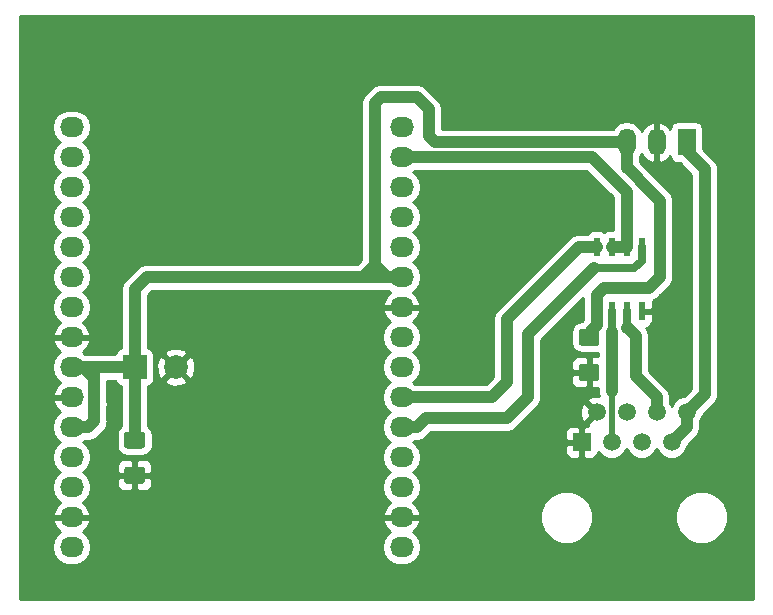
<source format=gbr>
G04 #@! TF.GenerationSoftware,KiCad,Pcbnew,5.0.2-bee76a0~70~ubuntu18.04.1*
G04 #@! TF.CreationDate,2019-11-30T17:57:14+01:00*
G04 #@! TF.ProjectId,Wavin-AHC-9000-mqtt,57617669-6e2d-4414-9843-2d393030302d,1.0*
G04 #@! TF.SameCoordinates,Original*
G04 #@! TF.FileFunction,Copper,L2,Bot*
G04 #@! TF.FilePolarity,Positive*
%FSLAX46Y46*%
G04 Gerber Fmt 4.6, Leading zero omitted, Abs format (unit mm)*
G04 Created by KiCad (PCBNEW 5.0.2-bee76a0~70~ubuntu18.04.1) date lør 30 nov 2019 17:57:14 CET*
%MOMM*%
%LPD*%
G01*
G04 APERTURE LIST*
G04 #@! TA.AperFunction,ComponentPad*
%ADD10R,1.500000X1.500000*%
G04 #@! TD*
G04 #@! TA.AperFunction,ComponentPad*
%ADD11C,1.500000*%
G04 #@! TD*
G04 #@! TA.AperFunction,ComponentPad*
%ADD12O,2.032000X1.727200*%
G04 #@! TD*
G04 #@! TA.AperFunction,SMDPad,CuDef*
%ADD13R,0.600000X1.550000*%
G04 #@! TD*
G04 #@! TA.AperFunction,ComponentPad*
%ADD14R,1.500000X2.300000*%
G04 #@! TD*
G04 #@! TA.AperFunction,ComponentPad*
%ADD15O,1.500000X2.300000*%
G04 #@! TD*
G04 #@! TA.AperFunction,ComponentPad*
%ADD16R,2.000000X2.000000*%
G04 #@! TD*
G04 #@! TA.AperFunction,ComponentPad*
%ADD17C,2.000000*%
G04 #@! TD*
G04 #@! TA.AperFunction,Conductor*
%ADD18C,0.100000*%
G04 #@! TD*
G04 #@! TA.AperFunction,SMDPad,CuDef*
%ADD19C,1.425000*%
G04 #@! TD*
G04 #@! TA.AperFunction,Conductor*
%ADD20C,0.500000*%
G04 #@! TD*
G04 #@! TA.AperFunction,Conductor*
%ADD21C,1.000000*%
G04 #@! TD*
G04 #@! TA.AperFunction,Conductor*
%ADD22C,0.700000*%
G04 #@! TD*
G04 #@! TA.AperFunction,Conductor*
%ADD23C,0.254000*%
G04 #@! TD*
G04 APERTURE END LIST*
D10*
G04 #@! TO.P,J1,1*
G04 #@! TO.N,GND*
X232410000Y-138430000D03*
D11*
G04 #@! TO.P,J1,2*
X233680000Y-135890000D03*
G04 #@! TO.P,J1,3*
G04 #@! TO.N,Net-(J1-Pad3)*
X234950000Y-138430000D03*
G04 #@! TO.P,J1,4*
G04 #@! TO.N,Net-(J1-Pad4)*
X236220000Y-135890000D03*
G04 #@! TO.P,J1,5*
G04 #@! TO.N,Net-(J1-Pad5)*
X237490000Y-138430000D03*
G04 #@! TO.P,J1,6*
G04 #@! TO.N,Net-(J1-Pad6)*
X238760000Y-135890000D03*
G04 #@! TO.P,J1,7*
G04 #@! TO.N,Net-(J1-Pad7)*
X240030000Y-138430000D03*
G04 #@! TO.P,J1,8*
X241300000Y-135890000D03*
G04 #@! TD*
D12*
G04 #@! TO.P,U1,1*
G04 #@! TO.N,Net-(U1-Pad1)*
X189230000Y-111760000D03*
G04 #@! TO.P,U1,2*
G04 #@! TO.N,Net-(U1-Pad2)*
X189230000Y-114300000D03*
G04 #@! TO.P,U1,3*
G04 #@! TO.N,Net-(U1-Pad3)*
X189230000Y-116840000D03*
G04 #@! TO.P,U1,4*
G04 #@! TO.N,Net-(U1-Pad4)*
X189230000Y-119380000D03*
G04 #@! TO.P,U1,5*
G04 #@! TO.N,Net-(U1-Pad5)*
X189230000Y-121920000D03*
G04 #@! TO.P,U1,6*
G04 #@! TO.N,Net-(U1-Pad6)*
X189230000Y-124460000D03*
G04 #@! TO.P,U1,7*
G04 #@! TO.N,Net-(U1-Pad7)*
X189230000Y-127000000D03*
G04 #@! TO.P,U1,8*
G04 #@! TO.N,GND*
X189230000Y-129540000D03*
G04 #@! TO.P,U1,9*
G04 #@! TO.N,VCC*
X189230000Y-132080000D03*
G04 #@! TO.P,U1,10*
G04 #@! TO.N,GND*
X189230000Y-134620000D03*
G04 #@! TO.P,U1,11*
G04 #@! TO.N,VCC*
X189230000Y-137160000D03*
G04 #@! TO.P,U1,12*
G04 #@! TO.N,Net-(U1-Pad12)*
X189230000Y-139700000D03*
G04 #@! TO.P,U1,13*
G04 #@! TO.N,Net-(U1-Pad13)*
X189230000Y-142240000D03*
G04 #@! TO.P,U1,14*
G04 #@! TO.N,GND*
X189230000Y-144780000D03*
G04 #@! TO.P,U1,15*
G04 #@! TO.N,Net-(U1-Pad15)*
X189230000Y-147320000D03*
G04 #@! TO.P,U1,30*
G04 #@! TO.N,Net-(U1-Pad30)*
X217170000Y-111760000D03*
G04 #@! TO.P,U1,18*
G04 #@! TO.N,Net-(U1-Pad18)*
X217170000Y-142240000D03*
G04 #@! TO.P,U1,17*
G04 #@! TO.N,GND*
X217170000Y-144780000D03*
G04 #@! TO.P,U1,19*
G04 #@! TO.N,Net-(U1-Pad19)*
X217170000Y-139700000D03*
G04 #@! TO.P,U1,25*
G04 #@! TO.N,VCC*
X217170000Y-124460000D03*
G04 #@! TO.P,U1,26*
G04 #@! TO.N,Net-(U1-Pad26)*
X217170000Y-121920000D03*
G04 #@! TO.P,U1,24*
G04 #@! TO.N,GND*
X217170000Y-127000000D03*
G04 #@! TO.P,U1,16*
G04 #@! TO.N,VCC*
X217170000Y-147320000D03*
G04 #@! TO.P,U1,22*
G04 #@! TO.N,Net-(U1-Pad22)*
X217170000Y-132080000D03*
G04 #@! TO.P,U1,23*
G04 #@! TO.N,Net-(U1-Pad23)*
X217170000Y-129540000D03*
G04 #@! TO.P,U1,21*
G04 #@! TO.N,Net-(U1-Pad21)*
X217170000Y-134620000D03*
G04 #@! TO.P,U1,20*
G04 #@! TO.N,Net-(U1-Pad20)*
X217170000Y-137160000D03*
G04 #@! TO.P,U1,28*
G04 #@! TO.N,Net-(U1-Pad28)*
X217170000Y-116840000D03*
G04 #@! TO.P,U1,27*
G04 #@! TO.N,Net-(U1-Pad27)*
X217170000Y-119380000D03*
G04 #@! TO.P,U1,29*
G04 #@! TO.N,Net-(U1-Pad29)*
X217170000Y-114300000D03*
G04 #@! TD*
D13*
G04 #@! TO.P,U2,1*
G04 #@! TO.N,Net-(U1-Pad21)*
X233680000Y-121920000D03*
G04 #@! TO.P,U2,2*
G04 #@! TO.N,Net-(U1-Pad29)*
X234950000Y-121920000D03*
G04 #@! TO.P,U2,3*
X236220000Y-121920000D03*
G04 #@! TO.P,U2,4*
G04 #@! TO.N,Net-(U1-Pad20)*
X237490000Y-121920000D03*
G04 #@! TO.P,U2,5*
G04 #@! TO.N,GND*
X237490000Y-127320000D03*
G04 #@! TO.P,U2,6*
G04 #@! TO.N,Net-(J1-Pad6)*
X236220000Y-127320000D03*
G04 #@! TO.P,U2,7*
G04 #@! TO.N,Net-(J1-Pad3)*
X234950000Y-127320000D03*
G04 #@! TO.P,U2,8*
G04 #@! TO.N,VCC*
X233680000Y-127320000D03*
G04 #@! TD*
D14*
G04 #@! TO.P,U3,1*
G04 #@! TO.N,Net-(J1-Pad7)*
X241300000Y-113030000D03*
D15*
G04 #@! TO.P,U3,2*
G04 #@! TO.N,GND*
X238760000Y-113030000D03*
G04 #@! TO.P,U3,3*
G04 #@! TO.N,VCC*
X236220000Y-113030000D03*
G04 #@! TD*
D16*
G04 #@! TO.P,C1,1*
G04 #@! TO.N,VCC*
X194564000Y-132080000D03*
D17*
G04 #@! TO.P,C1,2*
G04 #@! TO.N,GND*
X198064000Y-132080000D03*
G04 #@! TD*
D18*
G04 #@! TO.N,GND*
G04 #@! TO.C,C2*
G36*
X195213504Y-140512704D02*
X195237773Y-140516304D01*
X195261571Y-140522265D01*
X195284671Y-140530530D01*
X195306849Y-140541020D01*
X195327893Y-140553633D01*
X195347598Y-140568247D01*
X195365777Y-140584723D01*
X195382253Y-140602902D01*
X195396867Y-140622607D01*
X195409480Y-140643651D01*
X195419970Y-140665829D01*
X195428235Y-140688929D01*
X195434196Y-140712727D01*
X195437796Y-140736996D01*
X195439000Y-140761500D01*
X195439000Y-141686500D01*
X195437796Y-141711004D01*
X195434196Y-141735273D01*
X195428235Y-141759071D01*
X195419970Y-141782171D01*
X195409480Y-141804349D01*
X195396867Y-141825393D01*
X195382253Y-141845098D01*
X195365777Y-141863277D01*
X195347598Y-141879753D01*
X195327893Y-141894367D01*
X195306849Y-141906980D01*
X195284671Y-141917470D01*
X195261571Y-141925735D01*
X195237773Y-141931696D01*
X195213504Y-141935296D01*
X195189000Y-141936500D01*
X193939000Y-141936500D01*
X193914496Y-141935296D01*
X193890227Y-141931696D01*
X193866429Y-141925735D01*
X193843329Y-141917470D01*
X193821151Y-141906980D01*
X193800107Y-141894367D01*
X193780402Y-141879753D01*
X193762223Y-141863277D01*
X193745747Y-141845098D01*
X193731133Y-141825393D01*
X193718520Y-141804349D01*
X193708030Y-141782171D01*
X193699765Y-141759071D01*
X193693804Y-141735273D01*
X193690204Y-141711004D01*
X193689000Y-141686500D01*
X193689000Y-140761500D01*
X193690204Y-140736996D01*
X193693804Y-140712727D01*
X193699765Y-140688929D01*
X193708030Y-140665829D01*
X193718520Y-140643651D01*
X193731133Y-140622607D01*
X193745747Y-140602902D01*
X193762223Y-140584723D01*
X193780402Y-140568247D01*
X193800107Y-140553633D01*
X193821151Y-140541020D01*
X193843329Y-140530530D01*
X193866429Y-140522265D01*
X193890227Y-140516304D01*
X193914496Y-140512704D01*
X193939000Y-140511500D01*
X195189000Y-140511500D01*
X195213504Y-140512704D01*
X195213504Y-140512704D01*
G37*
D19*
G04 #@! TD*
G04 #@! TO.P,C2,2*
G04 #@! TO.N,GND*
X194564000Y-141224000D03*
D18*
G04 #@! TO.N,VCC*
G04 #@! TO.C,C2*
G36*
X195213504Y-137537704D02*
X195237773Y-137541304D01*
X195261571Y-137547265D01*
X195284671Y-137555530D01*
X195306849Y-137566020D01*
X195327893Y-137578633D01*
X195347598Y-137593247D01*
X195365777Y-137609723D01*
X195382253Y-137627902D01*
X195396867Y-137647607D01*
X195409480Y-137668651D01*
X195419970Y-137690829D01*
X195428235Y-137713929D01*
X195434196Y-137737727D01*
X195437796Y-137761996D01*
X195439000Y-137786500D01*
X195439000Y-138711500D01*
X195437796Y-138736004D01*
X195434196Y-138760273D01*
X195428235Y-138784071D01*
X195419970Y-138807171D01*
X195409480Y-138829349D01*
X195396867Y-138850393D01*
X195382253Y-138870098D01*
X195365777Y-138888277D01*
X195347598Y-138904753D01*
X195327893Y-138919367D01*
X195306849Y-138931980D01*
X195284671Y-138942470D01*
X195261571Y-138950735D01*
X195237773Y-138956696D01*
X195213504Y-138960296D01*
X195189000Y-138961500D01*
X193939000Y-138961500D01*
X193914496Y-138960296D01*
X193890227Y-138956696D01*
X193866429Y-138950735D01*
X193843329Y-138942470D01*
X193821151Y-138931980D01*
X193800107Y-138919367D01*
X193780402Y-138904753D01*
X193762223Y-138888277D01*
X193745747Y-138870098D01*
X193731133Y-138850393D01*
X193718520Y-138829349D01*
X193708030Y-138807171D01*
X193699765Y-138784071D01*
X193693804Y-138760273D01*
X193690204Y-138736004D01*
X193689000Y-138711500D01*
X193689000Y-137786500D01*
X193690204Y-137761996D01*
X193693804Y-137737727D01*
X193699765Y-137713929D01*
X193708030Y-137690829D01*
X193718520Y-137668651D01*
X193731133Y-137647607D01*
X193745747Y-137627902D01*
X193762223Y-137609723D01*
X193780402Y-137593247D01*
X193800107Y-137578633D01*
X193821151Y-137566020D01*
X193843329Y-137555530D01*
X193866429Y-137547265D01*
X193890227Y-137541304D01*
X193914496Y-137537704D01*
X193939000Y-137536500D01*
X195189000Y-137536500D01*
X195213504Y-137537704D01*
X195213504Y-137537704D01*
G37*
D19*
G04 #@! TD*
G04 #@! TO.P,C2,1*
G04 #@! TO.N,VCC*
X194564000Y-138249000D03*
D18*
G04 #@! TO.N,VCC*
G04 #@! TO.C,C3*
G36*
X233694504Y-128828704D02*
X233718773Y-128832304D01*
X233742571Y-128838265D01*
X233765671Y-128846530D01*
X233787849Y-128857020D01*
X233808893Y-128869633D01*
X233828598Y-128884247D01*
X233846777Y-128900723D01*
X233863253Y-128918902D01*
X233877867Y-128938607D01*
X233890480Y-128959651D01*
X233900970Y-128981829D01*
X233909235Y-129004929D01*
X233915196Y-129028727D01*
X233918796Y-129052996D01*
X233920000Y-129077500D01*
X233920000Y-130002500D01*
X233918796Y-130027004D01*
X233915196Y-130051273D01*
X233909235Y-130075071D01*
X233900970Y-130098171D01*
X233890480Y-130120349D01*
X233877867Y-130141393D01*
X233863253Y-130161098D01*
X233846777Y-130179277D01*
X233828598Y-130195753D01*
X233808893Y-130210367D01*
X233787849Y-130222980D01*
X233765671Y-130233470D01*
X233742571Y-130241735D01*
X233718773Y-130247696D01*
X233694504Y-130251296D01*
X233670000Y-130252500D01*
X232420000Y-130252500D01*
X232395496Y-130251296D01*
X232371227Y-130247696D01*
X232347429Y-130241735D01*
X232324329Y-130233470D01*
X232302151Y-130222980D01*
X232281107Y-130210367D01*
X232261402Y-130195753D01*
X232243223Y-130179277D01*
X232226747Y-130161098D01*
X232212133Y-130141393D01*
X232199520Y-130120349D01*
X232189030Y-130098171D01*
X232180765Y-130075071D01*
X232174804Y-130051273D01*
X232171204Y-130027004D01*
X232170000Y-130002500D01*
X232170000Y-129077500D01*
X232171204Y-129052996D01*
X232174804Y-129028727D01*
X232180765Y-129004929D01*
X232189030Y-128981829D01*
X232199520Y-128959651D01*
X232212133Y-128938607D01*
X232226747Y-128918902D01*
X232243223Y-128900723D01*
X232261402Y-128884247D01*
X232281107Y-128869633D01*
X232302151Y-128857020D01*
X232324329Y-128846530D01*
X232347429Y-128838265D01*
X232371227Y-128832304D01*
X232395496Y-128828704D01*
X232420000Y-128827500D01*
X233670000Y-128827500D01*
X233694504Y-128828704D01*
X233694504Y-128828704D01*
G37*
D19*
G04 #@! TD*
G04 #@! TO.P,C3,1*
G04 #@! TO.N,VCC*
X233045000Y-129540000D03*
D18*
G04 #@! TO.N,GND*
G04 #@! TO.C,C3*
G36*
X233694504Y-131803704D02*
X233718773Y-131807304D01*
X233742571Y-131813265D01*
X233765671Y-131821530D01*
X233787849Y-131832020D01*
X233808893Y-131844633D01*
X233828598Y-131859247D01*
X233846777Y-131875723D01*
X233863253Y-131893902D01*
X233877867Y-131913607D01*
X233890480Y-131934651D01*
X233900970Y-131956829D01*
X233909235Y-131979929D01*
X233915196Y-132003727D01*
X233918796Y-132027996D01*
X233920000Y-132052500D01*
X233920000Y-132977500D01*
X233918796Y-133002004D01*
X233915196Y-133026273D01*
X233909235Y-133050071D01*
X233900970Y-133073171D01*
X233890480Y-133095349D01*
X233877867Y-133116393D01*
X233863253Y-133136098D01*
X233846777Y-133154277D01*
X233828598Y-133170753D01*
X233808893Y-133185367D01*
X233787849Y-133197980D01*
X233765671Y-133208470D01*
X233742571Y-133216735D01*
X233718773Y-133222696D01*
X233694504Y-133226296D01*
X233670000Y-133227500D01*
X232420000Y-133227500D01*
X232395496Y-133226296D01*
X232371227Y-133222696D01*
X232347429Y-133216735D01*
X232324329Y-133208470D01*
X232302151Y-133197980D01*
X232281107Y-133185367D01*
X232261402Y-133170753D01*
X232243223Y-133154277D01*
X232226747Y-133136098D01*
X232212133Y-133116393D01*
X232199520Y-133095349D01*
X232189030Y-133073171D01*
X232180765Y-133050071D01*
X232174804Y-133026273D01*
X232171204Y-133002004D01*
X232170000Y-132977500D01*
X232170000Y-132052500D01*
X232171204Y-132027996D01*
X232174804Y-132003727D01*
X232180765Y-131979929D01*
X232189030Y-131956829D01*
X232199520Y-131934651D01*
X232212133Y-131913607D01*
X232226747Y-131893902D01*
X232243223Y-131875723D01*
X232261402Y-131859247D01*
X232281107Y-131844633D01*
X232302151Y-131832020D01*
X232324329Y-131821530D01*
X232347429Y-131813265D01*
X232371227Y-131807304D01*
X232395496Y-131803704D01*
X232420000Y-131802500D01*
X233670000Y-131802500D01*
X233694504Y-131803704D01*
X233694504Y-131803704D01*
G37*
D19*
G04 #@! TD*
G04 #@! TO.P,C3,2*
G04 #@! TO.N,GND*
X233045000Y-132515000D03*
D20*
G04 #@! TO.N,Net-(J1-Pad3)*
X234950000Y-134112000D02*
X234950000Y-138430000D01*
D21*
X234950000Y-129095000D02*
X234950000Y-134112000D01*
D22*
X234950000Y-127320000D02*
X234950000Y-129095000D01*
D21*
G04 #@! TO.N,Net-(J1-Pad6)*
X236220000Y-128778000D02*
X236347000Y-128778000D01*
D22*
X236220000Y-128778000D02*
X236220000Y-127320000D01*
D21*
X236982000Y-129413000D02*
X236982000Y-132842000D01*
X236347000Y-128778000D02*
X236982000Y-129413000D01*
X236982000Y-132842000D02*
X238760000Y-134620000D01*
X238760000Y-134620000D02*
X238760000Y-135890000D01*
G04 #@! TO.N,Net-(J1-Pad7)*
X240030000Y-138430000D02*
X241300000Y-137160000D01*
X241300000Y-137160000D02*
X241300000Y-135890000D01*
X241300000Y-113792000D02*
X241300000Y-113030000D01*
X242824000Y-115316000D02*
X241300000Y-113792000D01*
X241300000Y-135890000D02*
X242824000Y-134366000D01*
X242824000Y-134366000D02*
X242824000Y-115316000D01*
G04 #@! TO.N,Net-(U1-Pad21)*
X226060000Y-128016000D02*
X232156000Y-121920000D01*
X217170000Y-134620000D02*
X224790000Y-134620000D01*
X232664000Y-121920000D02*
X233680000Y-121920000D01*
X224790000Y-134620000D02*
X226060000Y-133350000D01*
X226060000Y-133350000D02*
X226060000Y-128016000D01*
X232156000Y-121920000D02*
X232664000Y-121920000D01*
G04 #@! TO.N,Net-(U1-Pad29)*
X236220000Y-121920000D02*
X234950000Y-121920000D01*
X229235000Y-114300000D02*
X217170000Y-114300000D01*
X233045000Y-114300000D02*
X217170000Y-114300000D01*
X233299000Y-114300000D02*
X233045000Y-114300000D01*
X236220000Y-117221000D02*
X233299000Y-114300000D01*
X236220000Y-121920000D02*
X236220000Y-117221000D01*
D22*
G04 #@! TO.N,Net-(U1-Pad20)*
X237490000Y-123063000D02*
X236855000Y-123698000D01*
X236855000Y-123698000D02*
X233426000Y-123698000D01*
X237490000Y-121920000D02*
X237490000Y-123063000D01*
D21*
X233426000Y-123698000D02*
X227838000Y-129286000D01*
X227838000Y-129286000D02*
X227838000Y-134620000D01*
X217170000Y-137160000D02*
X218440000Y-137160000D01*
X219202000Y-136398000D02*
X226060000Y-136398000D01*
X218440000Y-137160000D02*
X219202000Y-136398000D01*
X227838000Y-134620000D02*
X226060000Y-136398000D01*
D20*
G04 #@! TO.N,VCC*
X215265000Y-124460000D02*
X217170000Y-124460000D01*
X189865000Y-132080000D02*
X189230000Y-132080000D01*
X191135000Y-133350000D02*
X189865000Y-132080000D01*
X211037500Y-124460000D02*
X212090000Y-124460000D01*
X204470000Y-124460000D02*
X211037500Y-124460000D01*
X233045000Y-129540000D02*
X233045000Y-129159000D01*
D21*
X190627000Y-137160000D02*
X191135000Y-136652000D01*
X189230000Y-137160000D02*
X190627000Y-137160000D01*
D20*
X191135000Y-133604000D02*
X191135000Y-133350000D01*
D21*
X191135000Y-133604000D02*
X191135000Y-132715000D01*
X190500000Y-132080000D02*
X189230000Y-132080000D01*
X191135000Y-132715000D02*
X190500000Y-132080000D01*
X236220000Y-113030000D02*
X220980000Y-113030000D01*
X220980000Y-113030000D02*
X220218000Y-113030000D01*
X215900000Y-124460000D02*
X217170000Y-124460000D01*
X204470000Y-124460000D02*
X215900000Y-124460000D01*
X219964000Y-113030000D02*
X220980000Y-113030000D01*
X219456000Y-112522000D02*
X219964000Y-113030000D01*
X219456000Y-110236000D02*
X219456000Y-112522000D01*
X215900000Y-124460000D02*
X214884000Y-123444000D01*
X215392000Y-109220000D02*
X218440000Y-109220000D01*
X214884000Y-109728000D02*
X215392000Y-109220000D01*
X218440000Y-109220000D02*
X219456000Y-110236000D01*
D20*
X214884000Y-124460000D02*
X217170000Y-124460000D01*
D21*
X214884000Y-122936000D02*
X214884000Y-109728000D01*
X214884000Y-122936000D02*
X214884000Y-124460000D01*
X214884000Y-123444000D02*
X214884000Y-122936000D01*
X213868000Y-124460000D02*
X214884000Y-123444000D01*
D20*
X213868000Y-124460000D02*
X214884000Y-124460000D01*
X212090000Y-124460000D02*
X213868000Y-124460000D01*
D21*
X204470000Y-124460000D02*
X195580000Y-124460000D01*
X194564000Y-125476000D02*
X194564000Y-128016000D01*
X195580000Y-124460000D02*
X194564000Y-125476000D01*
X194564000Y-128016000D02*
X194564000Y-135164500D01*
X191171500Y-135164500D02*
X191135000Y-135128000D01*
X191135000Y-136652000D02*
X191135000Y-135128000D01*
X191135000Y-135128000D02*
X191135000Y-133604000D01*
X194564000Y-138249000D02*
X194564000Y-135164500D01*
X189230000Y-132080000D02*
X194564000Y-132080000D01*
X236220000Y-115180000D02*
X236292500Y-115252500D01*
X236220000Y-113030000D02*
X236220000Y-115180000D01*
X236292500Y-115252500D02*
X236308900Y-115252500D01*
X238690010Y-117633610D02*
X238690010Y-117684410D01*
X233680000Y-127320000D02*
X233680000Y-128524000D01*
X233680000Y-128524000D02*
X233172000Y-129032000D01*
D20*
X233045000Y-129159000D02*
X233172000Y-129032000D01*
D21*
X238277400Y-117221000D02*
X238277400Y-117246400D01*
X238277400Y-117221000D02*
X238690010Y-117633610D01*
X236308900Y-115252500D02*
X238277400Y-117221000D01*
X234315000Y-125349000D02*
X238125000Y-125349000D01*
X233680000Y-125984000D02*
X234315000Y-125349000D01*
X233680000Y-127320000D02*
X233680000Y-125984000D01*
X239014000Y-124460000D02*
X239014000Y-117983000D01*
X239014000Y-117983000D02*
X238760000Y-117729000D01*
X238277400Y-117246400D02*
X238760000Y-117729000D01*
X238125000Y-125349000D02*
X239014000Y-124460000D01*
G04 #@! TD*
D23*
G04 #@! TO.N,GND*
G36*
X246940001Y-151690000D02*
X184860000Y-151690000D01*
X184860000Y-147320000D01*
X187549641Y-147320000D01*
X187665950Y-147904725D01*
X187997170Y-148400430D01*
X188492875Y-148731650D01*
X188930002Y-148818600D01*
X189529998Y-148818600D01*
X189967125Y-148731650D01*
X190462830Y-148400430D01*
X190794050Y-147904725D01*
X190910359Y-147320000D01*
X215489641Y-147320000D01*
X215605950Y-147904725D01*
X215937170Y-148400430D01*
X216432875Y-148731650D01*
X216870002Y-148818600D01*
X217469998Y-148818600D01*
X217907125Y-148731650D01*
X218402830Y-148400430D01*
X218734050Y-147904725D01*
X218850359Y-147320000D01*
X218734050Y-146735275D01*
X218402830Y-146239570D01*
X218113268Y-146046090D01*
X218520732Y-145682036D01*
X218774709Y-145154791D01*
X218777358Y-145139026D01*
X218656217Y-144907000D01*
X217297000Y-144907000D01*
X217297000Y-144927000D01*
X217043000Y-144927000D01*
X217043000Y-144907000D01*
X215683783Y-144907000D01*
X215562642Y-145139026D01*
X215565291Y-145154791D01*
X215819268Y-145682036D01*
X216226732Y-146046090D01*
X215937170Y-146239570D01*
X215605950Y-146735275D01*
X215489641Y-147320000D01*
X190910359Y-147320000D01*
X190794050Y-146735275D01*
X190462830Y-146239570D01*
X190173268Y-146046090D01*
X190580732Y-145682036D01*
X190834709Y-145154791D01*
X190837358Y-145139026D01*
X190716217Y-144907000D01*
X189357000Y-144907000D01*
X189357000Y-144927000D01*
X189103000Y-144927000D01*
X189103000Y-144907000D01*
X187743783Y-144907000D01*
X187622642Y-145139026D01*
X187625291Y-145154791D01*
X187879268Y-145682036D01*
X188286732Y-146046090D01*
X187997170Y-146239570D01*
X187665950Y-146735275D01*
X187549641Y-147320000D01*
X184860000Y-147320000D01*
X184860000Y-132080000D01*
X187549641Y-132080000D01*
X187665950Y-132664725D01*
X187997170Y-133160430D01*
X188286732Y-133353910D01*
X187879268Y-133717964D01*
X187625291Y-134245209D01*
X187622642Y-134260974D01*
X187743783Y-134493000D01*
X189103000Y-134493000D01*
X189103000Y-134473000D01*
X189357000Y-134473000D01*
X189357000Y-134493000D01*
X189377000Y-134493000D01*
X189377000Y-134747000D01*
X189357000Y-134747000D01*
X189357000Y-134767000D01*
X189103000Y-134767000D01*
X189103000Y-134747000D01*
X187743783Y-134747000D01*
X187622642Y-134979026D01*
X187625291Y-134994791D01*
X187879268Y-135522036D01*
X188286732Y-135886090D01*
X187997170Y-136079570D01*
X187665950Y-136575275D01*
X187549641Y-137160000D01*
X187665950Y-137744725D01*
X187997170Y-138240430D01*
X188280881Y-138430000D01*
X187997170Y-138619570D01*
X187665950Y-139115275D01*
X187549641Y-139700000D01*
X187665950Y-140284725D01*
X187997170Y-140780430D01*
X188280881Y-140970000D01*
X187997170Y-141159570D01*
X187665950Y-141655275D01*
X187549641Y-142240000D01*
X187665950Y-142824725D01*
X187997170Y-143320430D01*
X188286732Y-143513910D01*
X187879268Y-143877964D01*
X187625291Y-144405209D01*
X187622642Y-144420974D01*
X187743783Y-144653000D01*
X189103000Y-144653000D01*
X189103000Y-144633000D01*
X189357000Y-144633000D01*
X189357000Y-144653000D01*
X190716217Y-144653000D01*
X190837358Y-144420974D01*
X190834709Y-144405209D01*
X190580732Y-143877964D01*
X190173268Y-143513910D01*
X190462830Y-143320430D01*
X190794050Y-142824725D01*
X190910359Y-142240000D01*
X190794050Y-141655275D01*
X190696814Y-141509750D01*
X193054000Y-141509750D01*
X193054000Y-142062809D01*
X193150673Y-142296198D01*
X193329301Y-142474827D01*
X193562690Y-142571500D01*
X194278250Y-142571500D01*
X194437000Y-142412750D01*
X194437000Y-141351000D01*
X194691000Y-141351000D01*
X194691000Y-142412750D01*
X194849750Y-142571500D01*
X195565310Y-142571500D01*
X195798699Y-142474827D01*
X195977327Y-142296198D01*
X196074000Y-142062809D01*
X196074000Y-141509750D01*
X195915250Y-141351000D01*
X194691000Y-141351000D01*
X194437000Y-141351000D01*
X193212750Y-141351000D01*
X193054000Y-141509750D01*
X190696814Y-141509750D01*
X190462830Y-141159570D01*
X190179119Y-140970000D01*
X190462830Y-140780430D01*
X190726920Y-140385191D01*
X193054000Y-140385191D01*
X193054000Y-140938250D01*
X193212750Y-141097000D01*
X194437000Y-141097000D01*
X194437000Y-140035250D01*
X194691000Y-140035250D01*
X194691000Y-141097000D01*
X195915250Y-141097000D01*
X196074000Y-140938250D01*
X196074000Y-140385191D01*
X195977327Y-140151802D01*
X195798699Y-139973173D01*
X195565310Y-139876500D01*
X194849750Y-139876500D01*
X194691000Y-140035250D01*
X194437000Y-140035250D01*
X194278250Y-139876500D01*
X193562690Y-139876500D01*
X193329301Y-139973173D01*
X193150673Y-140151802D01*
X193054000Y-140385191D01*
X190726920Y-140385191D01*
X190794050Y-140284725D01*
X190910359Y-139700000D01*
X190794050Y-139115275D01*
X190462830Y-138619570D01*
X190179119Y-138430000D01*
X190381160Y-138295000D01*
X190515217Y-138295000D01*
X190627000Y-138317235D01*
X190738783Y-138295000D01*
X191069855Y-138229146D01*
X191445289Y-137978289D01*
X191508612Y-137883519D01*
X191858521Y-137533611D01*
X191953289Y-137470289D01*
X192204146Y-137094855D01*
X192270000Y-136763783D01*
X192270000Y-136763782D01*
X192292235Y-136652001D01*
X192270000Y-136540219D01*
X192270000Y-135459781D01*
X192328735Y-135164500D01*
X192270000Y-134869219D01*
X192270000Y-133215000D01*
X192943413Y-133215000D01*
X192965843Y-133327765D01*
X193106191Y-133537809D01*
X193316235Y-133678157D01*
X193429001Y-133700587D01*
X193429001Y-135052717D01*
X193429000Y-137068668D01*
X193304414Y-137151914D01*
X193109874Y-137443065D01*
X193041560Y-137786500D01*
X193041560Y-138711500D01*
X193109874Y-139054935D01*
X193304414Y-139346086D01*
X193595565Y-139540626D01*
X193939000Y-139608940D01*
X195189000Y-139608940D01*
X195532435Y-139540626D01*
X195823586Y-139346086D01*
X196018126Y-139054935D01*
X196086440Y-138711500D01*
X196086440Y-137786500D01*
X196018126Y-137443065D01*
X195823586Y-137151914D01*
X195699000Y-137068669D01*
X195699000Y-133700587D01*
X195811765Y-133678157D01*
X196021809Y-133537809D01*
X196162157Y-133327765D01*
X196181099Y-133232532D01*
X197091073Y-133232532D01*
X197189736Y-133499387D01*
X197799461Y-133725908D01*
X198449460Y-133701856D01*
X198938264Y-133499387D01*
X199036927Y-133232532D01*
X198064000Y-132259605D01*
X197091073Y-133232532D01*
X196181099Y-133232532D01*
X196211440Y-133080000D01*
X196211440Y-131815461D01*
X196418092Y-131815461D01*
X196442144Y-132465460D01*
X196644613Y-132954264D01*
X196911468Y-133052927D01*
X197884395Y-132080000D01*
X198243605Y-132080000D01*
X199216532Y-133052927D01*
X199483387Y-132954264D01*
X199709908Y-132344539D01*
X199685856Y-131694540D01*
X199483387Y-131205736D01*
X199216532Y-131107073D01*
X198243605Y-132080000D01*
X197884395Y-132080000D01*
X196911468Y-131107073D01*
X196644613Y-131205736D01*
X196418092Y-131815461D01*
X196211440Y-131815461D01*
X196211440Y-131080000D01*
X196181100Y-130927468D01*
X197091073Y-130927468D01*
X198064000Y-131900395D01*
X199036927Y-130927468D01*
X198938264Y-130660613D01*
X198328539Y-130434092D01*
X197678540Y-130458144D01*
X197189736Y-130660613D01*
X197091073Y-130927468D01*
X196181100Y-130927468D01*
X196162157Y-130832235D01*
X196021809Y-130622191D01*
X195811765Y-130481843D01*
X195699000Y-130459413D01*
X195699000Y-125946131D01*
X196050132Y-125595000D01*
X213756217Y-125595000D01*
X213868000Y-125617235D01*
X213979783Y-125595000D01*
X214772217Y-125595000D01*
X214884000Y-125617235D01*
X214995783Y-125595000D01*
X215788217Y-125595000D01*
X215900000Y-125617235D01*
X216011783Y-125595000D01*
X216018840Y-125595000D01*
X216226732Y-125733910D01*
X215819268Y-126097964D01*
X215565291Y-126625209D01*
X215562642Y-126640974D01*
X215683783Y-126873000D01*
X217043000Y-126873000D01*
X217043000Y-126853000D01*
X217297000Y-126853000D01*
X217297000Y-126873000D01*
X218656217Y-126873000D01*
X218777358Y-126640974D01*
X218774709Y-126625209D01*
X218520732Y-126097964D01*
X218113268Y-125733910D01*
X218402830Y-125540430D01*
X218734050Y-125044725D01*
X218850359Y-124460000D01*
X218734050Y-123875275D01*
X218402830Y-123379570D01*
X218119119Y-123190000D01*
X218402830Y-123000430D01*
X218734050Y-122504725D01*
X218850359Y-121920000D01*
X218734050Y-121335275D01*
X218402830Y-120839570D01*
X218119119Y-120650000D01*
X218402830Y-120460430D01*
X218734050Y-119964725D01*
X218850359Y-119380000D01*
X218734050Y-118795275D01*
X218402830Y-118299570D01*
X218119119Y-118110000D01*
X218402830Y-117920430D01*
X218734050Y-117424725D01*
X218850359Y-116840000D01*
X218734050Y-116255275D01*
X218402830Y-115759570D01*
X218119119Y-115570000D01*
X218321160Y-115435000D01*
X232828869Y-115435000D01*
X235085001Y-117691133D01*
X235085000Y-120497560D01*
X234650000Y-120497560D01*
X234402235Y-120546843D01*
X234315000Y-120605132D01*
X234227765Y-120546843D01*
X233980000Y-120497560D01*
X233380000Y-120497560D01*
X233132235Y-120546843D01*
X232922191Y-120687191D01*
X232856837Y-120785000D01*
X232267783Y-120785000D01*
X232156000Y-120762765D01*
X232044217Y-120785000D01*
X231713145Y-120850854D01*
X231337711Y-121101711D01*
X231274389Y-121196479D01*
X225336480Y-127134389D01*
X225241712Y-127197711D01*
X225133925Y-127359026D01*
X224990854Y-127573146D01*
X224902765Y-128016000D01*
X224925001Y-128127788D01*
X224925000Y-132879868D01*
X224319869Y-133485000D01*
X218321160Y-133485000D01*
X218119119Y-133350000D01*
X218402830Y-133160430D01*
X218734050Y-132664725D01*
X218850359Y-132080000D01*
X218734050Y-131495275D01*
X218402830Y-130999570D01*
X218119119Y-130810000D01*
X218402830Y-130620430D01*
X218734050Y-130124725D01*
X218850359Y-129540000D01*
X218734050Y-128955275D01*
X218402830Y-128459570D01*
X218113268Y-128266090D01*
X218520732Y-127902036D01*
X218774709Y-127374791D01*
X218777358Y-127359026D01*
X218656217Y-127127000D01*
X217297000Y-127127000D01*
X217297000Y-127147000D01*
X217043000Y-127147000D01*
X217043000Y-127127000D01*
X215683783Y-127127000D01*
X215562642Y-127359026D01*
X215565291Y-127374791D01*
X215819268Y-127902036D01*
X216226732Y-128266090D01*
X215937170Y-128459570D01*
X215605950Y-128955275D01*
X215489641Y-129540000D01*
X215605950Y-130124725D01*
X215937170Y-130620430D01*
X216220881Y-130810000D01*
X215937170Y-130999570D01*
X215605950Y-131495275D01*
X215489641Y-132080000D01*
X215605950Y-132664725D01*
X215937170Y-133160430D01*
X216220881Y-133350000D01*
X215937170Y-133539570D01*
X215605950Y-134035275D01*
X215489641Y-134620000D01*
X215605950Y-135204725D01*
X215937170Y-135700430D01*
X216220881Y-135890000D01*
X215937170Y-136079570D01*
X215605950Y-136575275D01*
X215489641Y-137160000D01*
X215605950Y-137744725D01*
X215937170Y-138240430D01*
X216220881Y-138430000D01*
X215937170Y-138619570D01*
X215605950Y-139115275D01*
X215489641Y-139700000D01*
X215605950Y-140284725D01*
X215937170Y-140780430D01*
X216220881Y-140970000D01*
X215937170Y-141159570D01*
X215605950Y-141655275D01*
X215489641Y-142240000D01*
X215605950Y-142824725D01*
X215937170Y-143320430D01*
X216226732Y-143513910D01*
X215819268Y-143877964D01*
X215565291Y-144405209D01*
X215562642Y-144420974D01*
X215683783Y-144653000D01*
X217043000Y-144653000D01*
X217043000Y-144633000D01*
X217297000Y-144633000D01*
X217297000Y-144653000D01*
X218656217Y-144653000D01*
X218777358Y-144420974D01*
X218774709Y-144405209D01*
X218741097Y-144335431D01*
X228905000Y-144335431D01*
X228905000Y-145224569D01*
X229245259Y-146046026D01*
X229873974Y-146674741D01*
X230695431Y-147015000D01*
X231584569Y-147015000D01*
X232406026Y-146674741D01*
X233034741Y-146046026D01*
X233375000Y-145224569D01*
X233375000Y-144335431D01*
X240335000Y-144335431D01*
X240335000Y-145224569D01*
X240675259Y-146046026D01*
X241303974Y-146674741D01*
X242125431Y-147015000D01*
X243014569Y-147015000D01*
X243836026Y-146674741D01*
X244464741Y-146046026D01*
X244805000Y-145224569D01*
X244805000Y-144335431D01*
X244464741Y-143513974D01*
X243836026Y-142885259D01*
X243014569Y-142545000D01*
X242125431Y-142545000D01*
X241303974Y-142885259D01*
X240675259Y-143513974D01*
X240335000Y-144335431D01*
X233375000Y-144335431D01*
X233034741Y-143513974D01*
X232406026Y-142885259D01*
X231584569Y-142545000D01*
X230695431Y-142545000D01*
X229873974Y-142885259D01*
X229245259Y-143513974D01*
X228905000Y-144335431D01*
X218741097Y-144335431D01*
X218520732Y-143877964D01*
X218113268Y-143513910D01*
X218402830Y-143320430D01*
X218734050Y-142824725D01*
X218850359Y-142240000D01*
X218734050Y-141655275D01*
X218402830Y-141159570D01*
X218119119Y-140970000D01*
X218402830Y-140780430D01*
X218734050Y-140284725D01*
X218850359Y-139700000D01*
X218734050Y-139115275D01*
X218467096Y-138715750D01*
X231025000Y-138715750D01*
X231025000Y-139306310D01*
X231121673Y-139539699D01*
X231300302Y-139718327D01*
X231533691Y-139815000D01*
X232124250Y-139815000D01*
X232283000Y-139656250D01*
X232283000Y-138557000D01*
X231183750Y-138557000D01*
X231025000Y-138715750D01*
X218467096Y-138715750D01*
X218402830Y-138619570D01*
X218119119Y-138430000D01*
X218321160Y-138295000D01*
X218328217Y-138295000D01*
X218440000Y-138317235D01*
X218551783Y-138295000D01*
X218882855Y-138229146D01*
X219258289Y-137978289D01*
X219321613Y-137883519D01*
X219672132Y-137533000D01*
X225948217Y-137533000D01*
X226060000Y-137555235D01*
X226067767Y-137553690D01*
X231025000Y-137553690D01*
X231025000Y-138144250D01*
X231183750Y-138303000D01*
X232283000Y-138303000D01*
X232283000Y-137203750D01*
X232124250Y-137045000D01*
X231533691Y-137045000D01*
X231300302Y-137141673D01*
X231121673Y-137320301D01*
X231025000Y-137553690D01*
X226067767Y-137553690D01*
X226171783Y-137533000D01*
X226502855Y-137467146D01*
X226878289Y-137216289D01*
X226941613Y-137121518D01*
X228377960Y-135685171D01*
X232282799Y-135685171D01*
X232310770Y-136235448D01*
X232467540Y-136613923D01*
X232708483Y-136681912D01*
X233500395Y-135890000D01*
X232708483Y-135098088D01*
X232467540Y-135166077D01*
X232282799Y-135685171D01*
X228377960Y-135685171D01*
X228561521Y-135501611D01*
X228656289Y-135438289D01*
X228907146Y-135062855D01*
X228955283Y-134820854D01*
X228995235Y-134620000D01*
X228973000Y-134508217D01*
X228973000Y-132800750D01*
X231535000Y-132800750D01*
X231535000Y-133353809D01*
X231631673Y-133587198D01*
X231810301Y-133765827D01*
X232043690Y-133862500D01*
X232759250Y-133862500D01*
X232918000Y-133703750D01*
X232918000Y-132642000D01*
X231693750Y-132642000D01*
X231535000Y-132800750D01*
X228973000Y-132800750D01*
X228973000Y-131676191D01*
X231535000Y-131676191D01*
X231535000Y-132229250D01*
X231693750Y-132388000D01*
X232918000Y-132388000D01*
X232918000Y-131326250D01*
X232759250Y-131167500D01*
X232043690Y-131167500D01*
X231810301Y-131264173D01*
X231631673Y-131442802D01*
X231535000Y-131676191D01*
X228973000Y-131676191D01*
X228973000Y-129756131D01*
X232545000Y-126184132D01*
X232545000Y-128053869D01*
X232418513Y-128180356D01*
X232076565Y-128248374D01*
X231785414Y-128442914D01*
X231590874Y-128734065D01*
X231522560Y-129077500D01*
X231522560Y-130002500D01*
X231590874Y-130345935D01*
X231785414Y-130637086D01*
X232076565Y-130831626D01*
X232420000Y-130899940D01*
X233670000Y-130899940D01*
X233815000Y-130871097D01*
X233815000Y-131167500D01*
X233330750Y-131167500D01*
X233172000Y-131326250D01*
X233172000Y-132388000D01*
X233192000Y-132388000D01*
X233192000Y-132642000D01*
X233172000Y-132642000D01*
X233172000Y-133703750D01*
X233330750Y-133862500D01*
X233815001Y-133862500D01*
X233815001Y-134223783D01*
X233868675Y-134493620D01*
X233334552Y-134520770D01*
X232956077Y-134677540D01*
X232888088Y-134918483D01*
X233680000Y-135710395D01*
X233694143Y-135696253D01*
X233873748Y-135875858D01*
X233859605Y-135890000D01*
X233873748Y-135904143D01*
X233694143Y-136083748D01*
X233680000Y-136069605D01*
X232888088Y-136861517D01*
X232939863Y-137045000D01*
X232695750Y-137045000D01*
X232537000Y-137203750D01*
X232537000Y-138303000D01*
X232557000Y-138303000D01*
X232557000Y-138557000D01*
X232537000Y-138557000D01*
X232537000Y-139656250D01*
X232695750Y-139815000D01*
X233286309Y-139815000D01*
X233519698Y-139718327D01*
X233698327Y-139539699D01*
X233795000Y-139306310D01*
X233795000Y-139233687D01*
X234165460Y-139604147D01*
X234674506Y-139815000D01*
X235225494Y-139815000D01*
X235734540Y-139604147D01*
X236124147Y-139214540D01*
X236220000Y-138983130D01*
X236315853Y-139214540D01*
X236705460Y-139604147D01*
X237214506Y-139815000D01*
X237765494Y-139815000D01*
X238274540Y-139604147D01*
X238664147Y-139214540D01*
X238760000Y-138983130D01*
X238855853Y-139214540D01*
X239245460Y-139604147D01*
X239754506Y-139815000D01*
X240305494Y-139815000D01*
X240814540Y-139604147D01*
X241204147Y-139214540D01*
X241415000Y-138705494D01*
X241415000Y-138650131D01*
X242023521Y-138041611D01*
X242118289Y-137978289D01*
X242369146Y-137602855D01*
X242378618Y-137555235D01*
X242457235Y-137160001D01*
X242435000Y-137048218D01*
X242435000Y-136713687D01*
X242474147Y-136674540D01*
X242685000Y-136165494D01*
X242685000Y-136110132D01*
X243547524Y-135247609D01*
X243642289Y-135184289D01*
X243893146Y-134808855D01*
X243959000Y-134477783D01*
X243959000Y-134477782D01*
X243981235Y-134366001D01*
X243959000Y-134254219D01*
X243959000Y-115427781D01*
X243981235Y-115315999D01*
X243941908Y-115118289D01*
X243893146Y-114873145D01*
X243642289Y-114497711D01*
X243547524Y-114434391D01*
X242697440Y-113584308D01*
X242697440Y-111880000D01*
X242648157Y-111632235D01*
X242507809Y-111422191D01*
X242297765Y-111281843D01*
X242050000Y-111232560D01*
X240550000Y-111232560D01*
X240302235Y-111281843D01*
X240092191Y-111422191D01*
X239951843Y-111632235D01*
X239903609Y-111874725D01*
X239649540Y-111560855D01*
X239172684Y-111301827D01*
X239101185Y-111287682D01*
X238887000Y-111410344D01*
X238887000Y-112903000D01*
X238907000Y-112903000D01*
X238907000Y-113157000D01*
X238887000Y-113157000D01*
X238887000Y-114649656D01*
X239101185Y-114772318D01*
X239172684Y-114758173D01*
X239649540Y-114499145D01*
X239903609Y-114185275D01*
X239951843Y-114427765D01*
X240092191Y-114637809D01*
X240302235Y-114778157D01*
X240550000Y-114827440D01*
X240730309Y-114827440D01*
X241689001Y-115786133D01*
X241689000Y-133895867D01*
X241079868Y-134505000D01*
X241024506Y-134505000D01*
X240515460Y-134715853D01*
X240125853Y-135105460D01*
X240030000Y-135336870D01*
X239934147Y-135105460D01*
X239895000Y-135066313D01*
X239895000Y-134731783D01*
X239917235Y-134620000D01*
X239829146Y-134177145D01*
X239774495Y-134095354D01*
X239578289Y-133801711D01*
X239483521Y-133738389D01*
X238117000Y-132371869D01*
X238117000Y-129524783D01*
X238139235Y-129413000D01*
X238051146Y-128970145D01*
X237987579Y-128875011D01*
X237890686Y-128730000D01*
X237916310Y-128730000D01*
X238149699Y-128633327D01*
X238328327Y-128454698D01*
X238425000Y-128221309D01*
X238425000Y-127605750D01*
X238266250Y-127447000D01*
X237617000Y-127447000D01*
X237617000Y-127467000D01*
X237363000Y-127467000D01*
X237363000Y-127447000D01*
X237343000Y-127447000D01*
X237343000Y-127193000D01*
X237363000Y-127193000D01*
X237363000Y-127173000D01*
X237617000Y-127173000D01*
X237617000Y-127193000D01*
X238266250Y-127193000D01*
X238425000Y-127034250D01*
X238425000Y-126446561D01*
X238567855Y-126418146D01*
X238943289Y-126167289D01*
X239006613Y-126072519D01*
X239737521Y-125341611D01*
X239832289Y-125278289D01*
X240083146Y-124902855D01*
X240113058Y-124752477D01*
X240171235Y-124460000D01*
X240149000Y-124348217D01*
X240149000Y-118094781D01*
X240171235Y-117982999D01*
X240134077Y-117796193D01*
X240083146Y-117540145D01*
X239832289Y-117164711D01*
X239737518Y-117101387D01*
X239641610Y-117005479D01*
X239641608Y-117005476D01*
X239622768Y-116986636D01*
X239508299Y-116815321D01*
X239413529Y-116751998D01*
X239159013Y-116497482D01*
X239095689Y-116402711D01*
X239000921Y-116339389D01*
X237355000Y-114693469D01*
X237355000Y-114224285D01*
X237505742Y-113998684D01*
X237529028Y-114077349D01*
X237870460Y-114499145D01*
X238347316Y-114758173D01*
X238418815Y-114772318D01*
X238633000Y-114649656D01*
X238633000Y-113157000D01*
X238613000Y-113157000D01*
X238613000Y-112903000D01*
X238633000Y-112903000D01*
X238633000Y-111410344D01*
X238418815Y-111287682D01*
X238347316Y-111301827D01*
X237870460Y-111560855D01*
X237529028Y-111982651D01*
X237505742Y-112061316D01*
X237218529Y-111631471D01*
X236760400Y-111325359D01*
X236220000Y-111217867D01*
X235679601Y-111325359D01*
X235221472Y-111631471D01*
X235045387Y-111895000D01*
X220591000Y-111895000D01*
X220591000Y-110347783D01*
X220613235Y-110236000D01*
X220525146Y-109793145D01*
X220406926Y-109616217D01*
X220274289Y-109417711D01*
X220179521Y-109354389D01*
X219321613Y-108496481D01*
X219258289Y-108401711D01*
X218882855Y-108150854D01*
X218551783Y-108085000D01*
X218440000Y-108062765D01*
X218328217Y-108085000D01*
X215503781Y-108085000D01*
X215391999Y-108062765D01*
X215280217Y-108085000D01*
X214949145Y-108150854D01*
X214573711Y-108401711D01*
X214510389Y-108496480D01*
X214160479Y-108846390D01*
X214065712Y-108909711D01*
X213952754Y-109078765D01*
X213814854Y-109285146D01*
X213726765Y-109728000D01*
X213749001Y-109839788D01*
X213749000Y-122824217D01*
X213749000Y-122973868D01*
X213397869Y-123325000D01*
X195691783Y-123325000D01*
X195580000Y-123302765D01*
X195468217Y-123325000D01*
X195137145Y-123390854D01*
X194761711Y-123641711D01*
X194698389Y-123736479D01*
X193840481Y-124594387D01*
X193745711Y-124657711D01*
X193494855Y-125033145D01*
X193494854Y-125033146D01*
X193406765Y-125476000D01*
X193429000Y-125587783D01*
X193429001Y-127904213D01*
X193429000Y-127904218D01*
X193429000Y-130459413D01*
X193316235Y-130481843D01*
X193106191Y-130622191D01*
X192965843Y-130832235D01*
X192943413Y-130945000D01*
X190611783Y-130945000D01*
X190500000Y-130922765D01*
X190388217Y-130945000D01*
X190381160Y-130945000D01*
X190173268Y-130806090D01*
X190580732Y-130442036D01*
X190834709Y-129914791D01*
X190837358Y-129899026D01*
X190716217Y-129667000D01*
X189357000Y-129667000D01*
X189357000Y-129687000D01*
X189103000Y-129687000D01*
X189103000Y-129667000D01*
X187743783Y-129667000D01*
X187622642Y-129899026D01*
X187625291Y-129914791D01*
X187879268Y-130442036D01*
X188286732Y-130806090D01*
X187997170Y-130999570D01*
X187665950Y-131495275D01*
X187549641Y-132080000D01*
X184860000Y-132080000D01*
X184860000Y-111760000D01*
X187549641Y-111760000D01*
X187665950Y-112344725D01*
X187997170Y-112840430D01*
X188280881Y-113030000D01*
X187997170Y-113219570D01*
X187665950Y-113715275D01*
X187549641Y-114300000D01*
X187665950Y-114884725D01*
X187997170Y-115380430D01*
X188280881Y-115570000D01*
X187997170Y-115759570D01*
X187665950Y-116255275D01*
X187549641Y-116840000D01*
X187665950Y-117424725D01*
X187997170Y-117920430D01*
X188280881Y-118110000D01*
X187997170Y-118299570D01*
X187665950Y-118795275D01*
X187549641Y-119380000D01*
X187665950Y-119964725D01*
X187997170Y-120460430D01*
X188280881Y-120650000D01*
X187997170Y-120839570D01*
X187665950Y-121335275D01*
X187549641Y-121920000D01*
X187665950Y-122504725D01*
X187997170Y-123000430D01*
X188280881Y-123190000D01*
X187997170Y-123379570D01*
X187665950Y-123875275D01*
X187549641Y-124460000D01*
X187665950Y-125044725D01*
X187997170Y-125540430D01*
X188280881Y-125730000D01*
X187997170Y-125919570D01*
X187665950Y-126415275D01*
X187549641Y-127000000D01*
X187665950Y-127584725D01*
X187997170Y-128080430D01*
X188286732Y-128273910D01*
X187879268Y-128637964D01*
X187625291Y-129165209D01*
X187622642Y-129180974D01*
X187743783Y-129413000D01*
X189103000Y-129413000D01*
X189103000Y-129393000D01*
X189357000Y-129393000D01*
X189357000Y-129413000D01*
X190716217Y-129413000D01*
X190837358Y-129180974D01*
X190834709Y-129165209D01*
X190580732Y-128637964D01*
X190173268Y-128273910D01*
X190462830Y-128080430D01*
X190794050Y-127584725D01*
X190910359Y-127000000D01*
X190794050Y-126415275D01*
X190462830Y-125919570D01*
X190179119Y-125730000D01*
X190462830Y-125540430D01*
X190794050Y-125044725D01*
X190910359Y-124460000D01*
X190794050Y-123875275D01*
X190462830Y-123379570D01*
X190179119Y-123190000D01*
X190462830Y-123000430D01*
X190794050Y-122504725D01*
X190910359Y-121920000D01*
X190794050Y-121335275D01*
X190462830Y-120839570D01*
X190179119Y-120650000D01*
X190462830Y-120460430D01*
X190794050Y-119964725D01*
X190910359Y-119380000D01*
X190794050Y-118795275D01*
X190462830Y-118299570D01*
X190179119Y-118110000D01*
X190462830Y-117920430D01*
X190794050Y-117424725D01*
X190910359Y-116840000D01*
X190794050Y-116255275D01*
X190462830Y-115759570D01*
X190179119Y-115570000D01*
X190462830Y-115380430D01*
X190794050Y-114884725D01*
X190910359Y-114300000D01*
X190794050Y-113715275D01*
X190462830Y-113219570D01*
X190179119Y-113030000D01*
X190462830Y-112840430D01*
X190794050Y-112344725D01*
X190910359Y-111760000D01*
X190794050Y-111175275D01*
X190462830Y-110679570D01*
X189967125Y-110348350D01*
X189529998Y-110261400D01*
X188930002Y-110261400D01*
X188492875Y-110348350D01*
X187997170Y-110679570D01*
X187665950Y-111175275D01*
X187549641Y-111760000D01*
X184860000Y-111760000D01*
X184860000Y-102310000D01*
X246940000Y-102310000D01*
X246940001Y-151690000D01*
X246940001Y-151690000D01*
G37*
X246940001Y-151690000D02*
X184860000Y-151690000D01*
X184860000Y-147320000D01*
X187549641Y-147320000D01*
X187665950Y-147904725D01*
X187997170Y-148400430D01*
X188492875Y-148731650D01*
X188930002Y-148818600D01*
X189529998Y-148818600D01*
X189967125Y-148731650D01*
X190462830Y-148400430D01*
X190794050Y-147904725D01*
X190910359Y-147320000D01*
X215489641Y-147320000D01*
X215605950Y-147904725D01*
X215937170Y-148400430D01*
X216432875Y-148731650D01*
X216870002Y-148818600D01*
X217469998Y-148818600D01*
X217907125Y-148731650D01*
X218402830Y-148400430D01*
X218734050Y-147904725D01*
X218850359Y-147320000D01*
X218734050Y-146735275D01*
X218402830Y-146239570D01*
X218113268Y-146046090D01*
X218520732Y-145682036D01*
X218774709Y-145154791D01*
X218777358Y-145139026D01*
X218656217Y-144907000D01*
X217297000Y-144907000D01*
X217297000Y-144927000D01*
X217043000Y-144927000D01*
X217043000Y-144907000D01*
X215683783Y-144907000D01*
X215562642Y-145139026D01*
X215565291Y-145154791D01*
X215819268Y-145682036D01*
X216226732Y-146046090D01*
X215937170Y-146239570D01*
X215605950Y-146735275D01*
X215489641Y-147320000D01*
X190910359Y-147320000D01*
X190794050Y-146735275D01*
X190462830Y-146239570D01*
X190173268Y-146046090D01*
X190580732Y-145682036D01*
X190834709Y-145154791D01*
X190837358Y-145139026D01*
X190716217Y-144907000D01*
X189357000Y-144907000D01*
X189357000Y-144927000D01*
X189103000Y-144927000D01*
X189103000Y-144907000D01*
X187743783Y-144907000D01*
X187622642Y-145139026D01*
X187625291Y-145154791D01*
X187879268Y-145682036D01*
X188286732Y-146046090D01*
X187997170Y-146239570D01*
X187665950Y-146735275D01*
X187549641Y-147320000D01*
X184860000Y-147320000D01*
X184860000Y-132080000D01*
X187549641Y-132080000D01*
X187665950Y-132664725D01*
X187997170Y-133160430D01*
X188286732Y-133353910D01*
X187879268Y-133717964D01*
X187625291Y-134245209D01*
X187622642Y-134260974D01*
X187743783Y-134493000D01*
X189103000Y-134493000D01*
X189103000Y-134473000D01*
X189357000Y-134473000D01*
X189357000Y-134493000D01*
X189377000Y-134493000D01*
X189377000Y-134747000D01*
X189357000Y-134747000D01*
X189357000Y-134767000D01*
X189103000Y-134767000D01*
X189103000Y-134747000D01*
X187743783Y-134747000D01*
X187622642Y-134979026D01*
X187625291Y-134994791D01*
X187879268Y-135522036D01*
X188286732Y-135886090D01*
X187997170Y-136079570D01*
X187665950Y-136575275D01*
X187549641Y-137160000D01*
X187665950Y-137744725D01*
X187997170Y-138240430D01*
X188280881Y-138430000D01*
X187997170Y-138619570D01*
X187665950Y-139115275D01*
X187549641Y-139700000D01*
X187665950Y-140284725D01*
X187997170Y-140780430D01*
X188280881Y-140970000D01*
X187997170Y-141159570D01*
X187665950Y-141655275D01*
X187549641Y-142240000D01*
X187665950Y-142824725D01*
X187997170Y-143320430D01*
X188286732Y-143513910D01*
X187879268Y-143877964D01*
X187625291Y-144405209D01*
X187622642Y-144420974D01*
X187743783Y-144653000D01*
X189103000Y-144653000D01*
X189103000Y-144633000D01*
X189357000Y-144633000D01*
X189357000Y-144653000D01*
X190716217Y-144653000D01*
X190837358Y-144420974D01*
X190834709Y-144405209D01*
X190580732Y-143877964D01*
X190173268Y-143513910D01*
X190462830Y-143320430D01*
X190794050Y-142824725D01*
X190910359Y-142240000D01*
X190794050Y-141655275D01*
X190696814Y-141509750D01*
X193054000Y-141509750D01*
X193054000Y-142062809D01*
X193150673Y-142296198D01*
X193329301Y-142474827D01*
X193562690Y-142571500D01*
X194278250Y-142571500D01*
X194437000Y-142412750D01*
X194437000Y-141351000D01*
X194691000Y-141351000D01*
X194691000Y-142412750D01*
X194849750Y-142571500D01*
X195565310Y-142571500D01*
X195798699Y-142474827D01*
X195977327Y-142296198D01*
X196074000Y-142062809D01*
X196074000Y-141509750D01*
X195915250Y-141351000D01*
X194691000Y-141351000D01*
X194437000Y-141351000D01*
X193212750Y-141351000D01*
X193054000Y-141509750D01*
X190696814Y-141509750D01*
X190462830Y-141159570D01*
X190179119Y-140970000D01*
X190462830Y-140780430D01*
X190726920Y-140385191D01*
X193054000Y-140385191D01*
X193054000Y-140938250D01*
X193212750Y-141097000D01*
X194437000Y-141097000D01*
X194437000Y-140035250D01*
X194691000Y-140035250D01*
X194691000Y-141097000D01*
X195915250Y-141097000D01*
X196074000Y-140938250D01*
X196074000Y-140385191D01*
X195977327Y-140151802D01*
X195798699Y-139973173D01*
X195565310Y-139876500D01*
X194849750Y-139876500D01*
X194691000Y-140035250D01*
X194437000Y-140035250D01*
X194278250Y-139876500D01*
X193562690Y-139876500D01*
X193329301Y-139973173D01*
X193150673Y-140151802D01*
X193054000Y-140385191D01*
X190726920Y-140385191D01*
X190794050Y-140284725D01*
X190910359Y-139700000D01*
X190794050Y-139115275D01*
X190462830Y-138619570D01*
X190179119Y-138430000D01*
X190381160Y-138295000D01*
X190515217Y-138295000D01*
X190627000Y-138317235D01*
X190738783Y-138295000D01*
X191069855Y-138229146D01*
X191445289Y-137978289D01*
X191508612Y-137883519D01*
X191858521Y-137533611D01*
X191953289Y-137470289D01*
X192204146Y-137094855D01*
X192270000Y-136763783D01*
X192270000Y-136763782D01*
X192292235Y-136652001D01*
X192270000Y-136540219D01*
X192270000Y-135459781D01*
X192328735Y-135164500D01*
X192270000Y-134869219D01*
X192270000Y-133215000D01*
X192943413Y-133215000D01*
X192965843Y-133327765D01*
X193106191Y-133537809D01*
X193316235Y-133678157D01*
X193429001Y-133700587D01*
X193429001Y-135052717D01*
X193429000Y-137068668D01*
X193304414Y-137151914D01*
X193109874Y-137443065D01*
X193041560Y-137786500D01*
X193041560Y-138711500D01*
X193109874Y-139054935D01*
X193304414Y-139346086D01*
X193595565Y-139540626D01*
X193939000Y-139608940D01*
X195189000Y-139608940D01*
X195532435Y-139540626D01*
X195823586Y-139346086D01*
X196018126Y-139054935D01*
X196086440Y-138711500D01*
X196086440Y-137786500D01*
X196018126Y-137443065D01*
X195823586Y-137151914D01*
X195699000Y-137068669D01*
X195699000Y-133700587D01*
X195811765Y-133678157D01*
X196021809Y-133537809D01*
X196162157Y-133327765D01*
X196181099Y-133232532D01*
X197091073Y-133232532D01*
X197189736Y-133499387D01*
X197799461Y-133725908D01*
X198449460Y-133701856D01*
X198938264Y-133499387D01*
X199036927Y-133232532D01*
X198064000Y-132259605D01*
X197091073Y-133232532D01*
X196181099Y-133232532D01*
X196211440Y-133080000D01*
X196211440Y-131815461D01*
X196418092Y-131815461D01*
X196442144Y-132465460D01*
X196644613Y-132954264D01*
X196911468Y-133052927D01*
X197884395Y-132080000D01*
X198243605Y-132080000D01*
X199216532Y-133052927D01*
X199483387Y-132954264D01*
X199709908Y-132344539D01*
X199685856Y-131694540D01*
X199483387Y-131205736D01*
X199216532Y-131107073D01*
X198243605Y-132080000D01*
X197884395Y-132080000D01*
X196911468Y-131107073D01*
X196644613Y-131205736D01*
X196418092Y-131815461D01*
X196211440Y-131815461D01*
X196211440Y-131080000D01*
X196181100Y-130927468D01*
X197091073Y-130927468D01*
X198064000Y-131900395D01*
X199036927Y-130927468D01*
X198938264Y-130660613D01*
X198328539Y-130434092D01*
X197678540Y-130458144D01*
X197189736Y-130660613D01*
X197091073Y-130927468D01*
X196181100Y-130927468D01*
X196162157Y-130832235D01*
X196021809Y-130622191D01*
X195811765Y-130481843D01*
X195699000Y-130459413D01*
X195699000Y-125946131D01*
X196050132Y-125595000D01*
X213756217Y-125595000D01*
X213868000Y-125617235D01*
X213979783Y-125595000D01*
X214772217Y-125595000D01*
X214884000Y-125617235D01*
X214995783Y-125595000D01*
X215788217Y-125595000D01*
X215900000Y-125617235D01*
X216011783Y-125595000D01*
X216018840Y-125595000D01*
X216226732Y-125733910D01*
X215819268Y-126097964D01*
X215565291Y-126625209D01*
X215562642Y-126640974D01*
X215683783Y-126873000D01*
X217043000Y-126873000D01*
X217043000Y-126853000D01*
X217297000Y-126853000D01*
X217297000Y-126873000D01*
X218656217Y-126873000D01*
X218777358Y-126640974D01*
X218774709Y-126625209D01*
X218520732Y-126097964D01*
X218113268Y-125733910D01*
X218402830Y-125540430D01*
X218734050Y-125044725D01*
X218850359Y-124460000D01*
X218734050Y-123875275D01*
X218402830Y-123379570D01*
X218119119Y-123190000D01*
X218402830Y-123000430D01*
X218734050Y-122504725D01*
X218850359Y-121920000D01*
X218734050Y-121335275D01*
X218402830Y-120839570D01*
X218119119Y-120650000D01*
X218402830Y-120460430D01*
X218734050Y-119964725D01*
X218850359Y-119380000D01*
X218734050Y-118795275D01*
X218402830Y-118299570D01*
X218119119Y-118110000D01*
X218402830Y-117920430D01*
X218734050Y-117424725D01*
X218850359Y-116840000D01*
X218734050Y-116255275D01*
X218402830Y-115759570D01*
X218119119Y-115570000D01*
X218321160Y-115435000D01*
X232828869Y-115435000D01*
X235085001Y-117691133D01*
X235085000Y-120497560D01*
X234650000Y-120497560D01*
X234402235Y-120546843D01*
X234315000Y-120605132D01*
X234227765Y-120546843D01*
X233980000Y-120497560D01*
X233380000Y-120497560D01*
X233132235Y-120546843D01*
X232922191Y-120687191D01*
X232856837Y-120785000D01*
X232267783Y-120785000D01*
X232156000Y-120762765D01*
X232044217Y-120785000D01*
X231713145Y-120850854D01*
X231337711Y-121101711D01*
X231274389Y-121196479D01*
X225336480Y-127134389D01*
X225241712Y-127197711D01*
X225133925Y-127359026D01*
X224990854Y-127573146D01*
X224902765Y-128016000D01*
X224925001Y-128127788D01*
X224925000Y-132879868D01*
X224319869Y-133485000D01*
X218321160Y-133485000D01*
X218119119Y-133350000D01*
X218402830Y-133160430D01*
X218734050Y-132664725D01*
X218850359Y-132080000D01*
X218734050Y-131495275D01*
X218402830Y-130999570D01*
X218119119Y-130810000D01*
X218402830Y-130620430D01*
X218734050Y-130124725D01*
X218850359Y-129540000D01*
X218734050Y-128955275D01*
X218402830Y-128459570D01*
X218113268Y-128266090D01*
X218520732Y-127902036D01*
X218774709Y-127374791D01*
X218777358Y-127359026D01*
X218656217Y-127127000D01*
X217297000Y-127127000D01*
X217297000Y-127147000D01*
X217043000Y-127147000D01*
X217043000Y-127127000D01*
X215683783Y-127127000D01*
X215562642Y-127359026D01*
X215565291Y-127374791D01*
X215819268Y-127902036D01*
X216226732Y-128266090D01*
X215937170Y-128459570D01*
X215605950Y-128955275D01*
X215489641Y-129540000D01*
X215605950Y-130124725D01*
X215937170Y-130620430D01*
X216220881Y-130810000D01*
X215937170Y-130999570D01*
X215605950Y-131495275D01*
X215489641Y-132080000D01*
X215605950Y-132664725D01*
X215937170Y-133160430D01*
X216220881Y-133350000D01*
X215937170Y-133539570D01*
X215605950Y-134035275D01*
X215489641Y-134620000D01*
X215605950Y-135204725D01*
X215937170Y-135700430D01*
X216220881Y-135890000D01*
X215937170Y-136079570D01*
X215605950Y-136575275D01*
X215489641Y-137160000D01*
X215605950Y-137744725D01*
X215937170Y-138240430D01*
X216220881Y-138430000D01*
X215937170Y-138619570D01*
X215605950Y-139115275D01*
X215489641Y-139700000D01*
X215605950Y-140284725D01*
X215937170Y-140780430D01*
X216220881Y-140970000D01*
X215937170Y-141159570D01*
X215605950Y-141655275D01*
X215489641Y-142240000D01*
X215605950Y-142824725D01*
X215937170Y-143320430D01*
X216226732Y-143513910D01*
X215819268Y-143877964D01*
X215565291Y-144405209D01*
X215562642Y-144420974D01*
X215683783Y-144653000D01*
X217043000Y-144653000D01*
X217043000Y-144633000D01*
X217297000Y-144633000D01*
X217297000Y-144653000D01*
X218656217Y-144653000D01*
X218777358Y-144420974D01*
X218774709Y-144405209D01*
X218741097Y-144335431D01*
X228905000Y-144335431D01*
X228905000Y-145224569D01*
X229245259Y-146046026D01*
X229873974Y-146674741D01*
X230695431Y-147015000D01*
X231584569Y-147015000D01*
X232406026Y-146674741D01*
X233034741Y-146046026D01*
X233375000Y-145224569D01*
X233375000Y-144335431D01*
X240335000Y-144335431D01*
X240335000Y-145224569D01*
X240675259Y-146046026D01*
X241303974Y-146674741D01*
X242125431Y-147015000D01*
X243014569Y-147015000D01*
X243836026Y-146674741D01*
X244464741Y-146046026D01*
X244805000Y-145224569D01*
X244805000Y-144335431D01*
X244464741Y-143513974D01*
X243836026Y-142885259D01*
X243014569Y-142545000D01*
X242125431Y-142545000D01*
X241303974Y-142885259D01*
X240675259Y-143513974D01*
X240335000Y-144335431D01*
X233375000Y-144335431D01*
X233034741Y-143513974D01*
X232406026Y-142885259D01*
X231584569Y-142545000D01*
X230695431Y-142545000D01*
X229873974Y-142885259D01*
X229245259Y-143513974D01*
X228905000Y-144335431D01*
X218741097Y-144335431D01*
X218520732Y-143877964D01*
X218113268Y-143513910D01*
X218402830Y-143320430D01*
X218734050Y-142824725D01*
X218850359Y-142240000D01*
X218734050Y-141655275D01*
X218402830Y-141159570D01*
X218119119Y-140970000D01*
X218402830Y-140780430D01*
X218734050Y-140284725D01*
X218850359Y-139700000D01*
X218734050Y-139115275D01*
X218467096Y-138715750D01*
X231025000Y-138715750D01*
X231025000Y-139306310D01*
X231121673Y-139539699D01*
X231300302Y-139718327D01*
X231533691Y-139815000D01*
X232124250Y-139815000D01*
X232283000Y-139656250D01*
X232283000Y-138557000D01*
X231183750Y-138557000D01*
X231025000Y-138715750D01*
X218467096Y-138715750D01*
X218402830Y-138619570D01*
X218119119Y-138430000D01*
X218321160Y-138295000D01*
X218328217Y-138295000D01*
X218440000Y-138317235D01*
X218551783Y-138295000D01*
X218882855Y-138229146D01*
X219258289Y-137978289D01*
X219321613Y-137883519D01*
X219672132Y-137533000D01*
X225948217Y-137533000D01*
X226060000Y-137555235D01*
X226067767Y-137553690D01*
X231025000Y-137553690D01*
X231025000Y-138144250D01*
X231183750Y-138303000D01*
X232283000Y-138303000D01*
X232283000Y-137203750D01*
X232124250Y-137045000D01*
X231533691Y-137045000D01*
X231300302Y-137141673D01*
X231121673Y-137320301D01*
X231025000Y-137553690D01*
X226067767Y-137553690D01*
X226171783Y-137533000D01*
X226502855Y-137467146D01*
X226878289Y-137216289D01*
X226941613Y-137121518D01*
X228377960Y-135685171D01*
X232282799Y-135685171D01*
X232310770Y-136235448D01*
X232467540Y-136613923D01*
X232708483Y-136681912D01*
X233500395Y-135890000D01*
X232708483Y-135098088D01*
X232467540Y-135166077D01*
X232282799Y-135685171D01*
X228377960Y-135685171D01*
X228561521Y-135501611D01*
X228656289Y-135438289D01*
X228907146Y-135062855D01*
X228955283Y-134820854D01*
X228995235Y-134620000D01*
X228973000Y-134508217D01*
X228973000Y-132800750D01*
X231535000Y-132800750D01*
X231535000Y-133353809D01*
X231631673Y-133587198D01*
X231810301Y-133765827D01*
X232043690Y-133862500D01*
X232759250Y-133862500D01*
X232918000Y-133703750D01*
X232918000Y-132642000D01*
X231693750Y-132642000D01*
X231535000Y-132800750D01*
X228973000Y-132800750D01*
X228973000Y-131676191D01*
X231535000Y-131676191D01*
X231535000Y-132229250D01*
X231693750Y-132388000D01*
X232918000Y-132388000D01*
X232918000Y-131326250D01*
X232759250Y-131167500D01*
X232043690Y-131167500D01*
X231810301Y-131264173D01*
X231631673Y-131442802D01*
X231535000Y-131676191D01*
X228973000Y-131676191D01*
X228973000Y-129756131D01*
X232545000Y-126184132D01*
X232545000Y-128053869D01*
X232418513Y-128180356D01*
X232076565Y-128248374D01*
X231785414Y-128442914D01*
X231590874Y-128734065D01*
X231522560Y-129077500D01*
X231522560Y-130002500D01*
X231590874Y-130345935D01*
X231785414Y-130637086D01*
X232076565Y-130831626D01*
X232420000Y-130899940D01*
X233670000Y-130899940D01*
X233815000Y-130871097D01*
X233815000Y-131167500D01*
X233330750Y-131167500D01*
X233172000Y-131326250D01*
X233172000Y-132388000D01*
X233192000Y-132388000D01*
X233192000Y-132642000D01*
X233172000Y-132642000D01*
X233172000Y-133703750D01*
X233330750Y-133862500D01*
X233815001Y-133862500D01*
X233815001Y-134223783D01*
X233868675Y-134493620D01*
X233334552Y-134520770D01*
X232956077Y-134677540D01*
X232888088Y-134918483D01*
X233680000Y-135710395D01*
X233694143Y-135696253D01*
X233873748Y-135875858D01*
X233859605Y-135890000D01*
X233873748Y-135904143D01*
X233694143Y-136083748D01*
X233680000Y-136069605D01*
X232888088Y-136861517D01*
X232939863Y-137045000D01*
X232695750Y-137045000D01*
X232537000Y-137203750D01*
X232537000Y-138303000D01*
X232557000Y-138303000D01*
X232557000Y-138557000D01*
X232537000Y-138557000D01*
X232537000Y-139656250D01*
X232695750Y-139815000D01*
X233286309Y-139815000D01*
X233519698Y-139718327D01*
X233698327Y-139539699D01*
X233795000Y-139306310D01*
X233795000Y-139233687D01*
X234165460Y-139604147D01*
X234674506Y-139815000D01*
X235225494Y-139815000D01*
X235734540Y-139604147D01*
X236124147Y-139214540D01*
X236220000Y-138983130D01*
X236315853Y-139214540D01*
X236705460Y-139604147D01*
X237214506Y-139815000D01*
X237765494Y-139815000D01*
X238274540Y-139604147D01*
X238664147Y-139214540D01*
X238760000Y-138983130D01*
X238855853Y-139214540D01*
X239245460Y-139604147D01*
X239754506Y-139815000D01*
X240305494Y-139815000D01*
X240814540Y-139604147D01*
X241204147Y-139214540D01*
X241415000Y-138705494D01*
X241415000Y-138650131D01*
X242023521Y-138041611D01*
X242118289Y-137978289D01*
X242369146Y-137602855D01*
X242378618Y-137555235D01*
X242457235Y-137160001D01*
X242435000Y-137048218D01*
X242435000Y-136713687D01*
X242474147Y-136674540D01*
X242685000Y-136165494D01*
X242685000Y-136110132D01*
X243547524Y-135247609D01*
X243642289Y-135184289D01*
X243893146Y-134808855D01*
X243959000Y-134477783D01*
X243959000Y-134477782D01*
X243981235Y-134366001D01*
X243959000Y-134254219D01*
X243959000Y-115427781D01*
X243981235Y-115315999D01*
X243941908Y-115118289D01*
X243893146Y-114873145D01*
X243642289Y-114497711D01*
X243547524Y-114434391D01*
X242697440Y-113584308D01*
X242697440Y-111880000D01*
X242648157Y-111632235D01*
X242507809Y-111422191D01*
X242297765Y-111281843D01*
X242050000Y-111232560D01*
X240550000Y-111232560D01*
X240302235Y-111281843D01*
X240092191Y-111422191D01*
X239951843Y-111632235D01*
X239903609Y-111874725D01*
X239649540Y-111560855D01*
X239172684Y-111301827D01*
X239101185Y-111287682D01*
X238887000Y-111410344D01*
X238887000Y-112903000D01*
X238907000Y-112903000D01*
X238907000Y-113157000D01*
X238887000Y-113157000D01*
X238887000Y-114649656D01*
X239101185Y-114772318D01*
X239172684Y-114758173D01*
X239649540Y-114499145D01*
X239903609Y-114185275D01*
X239951843Y-114427765D01*
X240092191Y-114637809D01*
X240302235Y-114778157D01*
X240550000Y-114827440D01*
X240730309Y-114827440D01*
X241689001Y-115786133D01*
X241689000Y-133895867D01*
X241079868Y-134505000D01*
X241024506Y-134505000D01*
X240515460Y-134715853D01*
X240125853Y-135105460D01*
X240030000Y-135336870D01*
X239934147Y-135105460D01*
X239895000Y-135066313D01*
X239895000Y-134731783D01*
X239917235Y-134620000D01*
X239829146Y-134177145D01*
X239774495Y-134095354D01*
X239578289Y-133801711D01*
X239483521Y-133738389D01*
X238117000Y-132371869D01*
X238117000Y-129524783D01*
X238139235Y-129413000D01*
X238051146Y-128970145D01*
X237987579Y-128875011D01*
X237890686Y-128730000D01*
X237916310Y-128730000D01*
X238149699Y-128633327D01*
X238328327Y-128454698D01*
X238425000Y-128221309D01*
X238425000Y-127605750D01*
X238266250Y-127447000D01*
X237617000Y-127447000D01*
X237617000Y-127467000D01*
X237363000Y-127467000D01*
X237363000Y-127447000D01*
X237343000Y-127447000D01*
X237343000Y-127193000D01*
X237363000Y-127193000D01*
X237363000Y-127173000D01*
X237617000Y-127173000D01*
X237617000Y-127193000D01*
X238266250Y-127193000D01*
X238425000Y-127034250D01*
X238425000Y-126446561D01*
X238567855Y-126418146D01*
X238943289Y-126167289D01*
X239006613Y-126072519D01*
X239737521Y-125341611D01*
X239832289Y-125278289D01*
X240083146Y-124902855D01*
X240113058Y-124752477D01*
X240171235Y-124460000D01*
X240149000Y-124348217D01*
X240149000Y-118094781D01*
X240171235Y-117982999D01*
X240134077Y-117796193D01*
X240083146Y-117540145D01*
X239832289Y-117164711D01*
X239737518Y-117101387D01*
X239641610Y-117005479D01*
X239641608Y-117005476D01*
X239622768Y-116986636D01*
X239508299Y-116815321D01*
X239413529Y-116751998D01*
X239159013Y-116497482D01*
X239095689Y-116402711D01*
X239000921Y-116339389D01*
X237355000Y-114693469D01*
X237355000Y-114224285D01*
X237505742Y-113998684D01*
X237529028Y-114077349D01*
X237870460Y-114499145D01*
X238347316Y-114758173D01*
X238418815Y-114772318D01*
X238633000Y-114649656D01*
X238633000Y-113157000D01*
X238613000Y-113157000D01*
X238613000Y-112903000D01*
X238633000Y-112903000D01*
X238633000Y-111410344D01*
X238418815Y-111287682D01*
X238347316Y-111301827D01*
X237870460Y-111560855D01*
X237529028Y-111982651D01*
X237505742Y-112061316D01*
X237218529Y-111631471D01*
X236760400Y-111325359D01*
X236220000Y-111217867D01*
X235679601Y-111325359D01*
X235221472Y-111631471D01*
X235045387Y-111895000D01*
X220591000Y-111895000D01*
X220591000Y-110347783D01*
X220613235Y-110236000D01*
X220525146Y-109793145D01*
X220406926Y-109616217D01*
X220274289Y-109417711D01*
X220179521Y-109354389D01*
X219321613Y-108496481D01*
X219258289Y-108401711D01*
X218882855Y-108150854D01*
X218551783Y-108085000D01*
X218440000Y-108062765D01*
X218328217Y-108085000D01*
X215503781Y-108085000D01*
X215391999Y-108062765D01*
X215280217Y-108085000D01*
X214949145Y-108150854D01*
X214573711Y-108401711D01*
X214510389Y-108496480D01*
X214160479Y-108846390D01*
X214065712Y-108909711D01*
X213952754Y-109078765D01*
X213814854Y-109285146D01*
X213726765Y-109728000D01*
X213749001Y-109839788D01*
X213749000Y-122824217D01*
X213749000Y-122973868D01*
X213397869Y-123325000D01*
X195691783Y-123325000D01*
X195580000Y-123302765D01*
X195468217Y-123325000D01*
X195137145Y-123390854D01*
X194761711Y-123641711D01*
X194698389Y-123736479D01*
X193840481Y-124594387D01*
X193745711Y-124657711D01*
X193494855Y-125033145D01*
X193494854Y-125033146D01*
X193406765Y-125476000D01*
X193429000Y-125587783D01*
X193429001Y-127904213D01*
X193429000Y-127904218D01*
X193429000Y-130459413D01*
X193316235Y-130481843D01*
X193106191Y-130622191D01*
X192965843Y-130832235D01*
X192943413Y-130945000D01*
X190611783Y-130945000D01*
X190500000Y-130922765D01*
X190388217Y-130945000D01*
X190381160Y-130945000D01*
X190173268Y-130806090D01*
X190580732Y-130442036D01*
X190834709Y-129914791D01*
X190837358Y-129899026D01*
X190716217Y-129667000D01*
X189357000Y-129667000D01*
X189357000Y-129687000D01*
X189103000Y-129687000D01*
X189103000Y-129667000D01*
X187743783Y-129667000D01*
X187622642Y-129899026D01*
X187625291Y-129914791D01*
X187879268Y-130442036D01*
X188286732Y-130806090D01*
X187997170Y-130999570D01*
X187665950Y-131495275D01*
X187549641Y-132080000D01*
X184860000Y-132080000D01*
X184860000Y-111760000D01*
X187549641Y-111760000D01*
X187665950Y-112344725D01*
X187997170Y-112840430D01*
X188280881Y-113030000D01*
X187997170Y-113219570D01*
X187665950Y-113715275D01*
X187549641Y-114300000D01*
X187665950Y-114884725D01*
X187997170Y-115380430D01*
X188280881Y-115570000D01*
X187997170Y-115759570D01*
X187665950Y-116255275D01*
X187549641Y-116840000D01*
X187665950Y-117424725D01*
X187997170Y-117920430D01*
X188280881Y-118110000D01*
X187997170Y-118299570D01*
X187665950Y-118795275D01*
X187549641Y-119380000D01*
X187665950Y-119964725D01*
X187997170Y-120460430D01*
X188280881Y-120650000D01*
X187997170Y-120839570D01*
X187665950Y-121335275D01*
X187549641Y-121920000D01*
X187665950Y-122504725D01*
X187997170Y-123000430D01*
X188280881Y-123190000D01*
X187997170Y-123379570D01*
X187665950Y-123875275D01*
X187549641Y-124460000D01*
X187665950Y-125044725D01*
X187997170Y-125540430D01*
X188280881Y-125730000D01*
X187997170Y-125919570D01*
X187665950Y-126415275D01*
X187549641Y-127000000D01*
X187665950Y-127584725D01*
X187997170Y-128080430D01*
X188286732Y-128273910D01*
X187879268Y-128637964D01*
X187625291Y-129165209D01*
X187622642Y-129180974D01*
X187743783Y-129413000D01*
X189103000Y-129413000D01*
X189103000Y-129393000D01*
X189357000Y-129393000D01*
X189357000Y-129413000D01*
X190716217Y-129413000D01*
X190837358Y-129180974D01*
X190834709Y-129165209D01*
X190580732Y-128637964D01*
X190173268Y-128273910D01*
X190462830Y-128080430D01*
X190794050Y-127584725D01*
X190910359Y-127000000D01*
X190794050Y-126415275D01*
X190462830Y-125919570D01*
X190179119Y-125730000D01*
X190462830Y-125540430D01*
X190794050Y-125044725D01*
X190910359Y-124460000D01*
X190794050Y-123875275D01*
X190462830Y-123379570D01*
X190179119Y-123190000D01*
X190462830Y-123000430D01*
X190794050Y-122504725D01*
X190910359Y-121920000D01*
X190794050Y-121335275D01*
X190462830Y-120839570D01*
X190179119Y-120650000D01*
X190462830Y-120460430D01*
X190794050Y-119964725D01*
X190910359Y-119380000D01*
X190794050Y-118795275D01*
X190462830Y-118299570D01*
X190179119Y-118110000D01*
X190462830Y-117920430D01*
X190794050Y-117424725D01*
X190910359Y-116840000D01*
X190794050Y-116255275D01*
X190462830Y-115759570D01*
X190179119Y-115570000D01*
X190462830Y-115380430D01*
X190794050Y-114884725D01*
X190910359Y-114300000D01*
X190794050Y-113715275D01*
X190462830Y-113219570D01*
X190179119Y-113030000D01*
X190462830Y-112840430D01*
X190794050Y-112344725D01*
X190910359Y-111760000D01*
X190794050Y-111175275D01*
X190462830Y-110679570D01*
X189967125Y-110348350D01*
X189529998Y-110261400D01*
X188930002Y-110261400D01*
X188492875Y-110348350D01*
X187997170Y-110679570D01*
X187665950Y-111175275D01*
X187549641Y-111760000D01*
X184860000Y-111760000D01*
X184860000Y-102310000D01*
X246940000Y-102310000D01*
X246940001Y-151690000D01*
G04 #@! TD*
M02*

</source>
